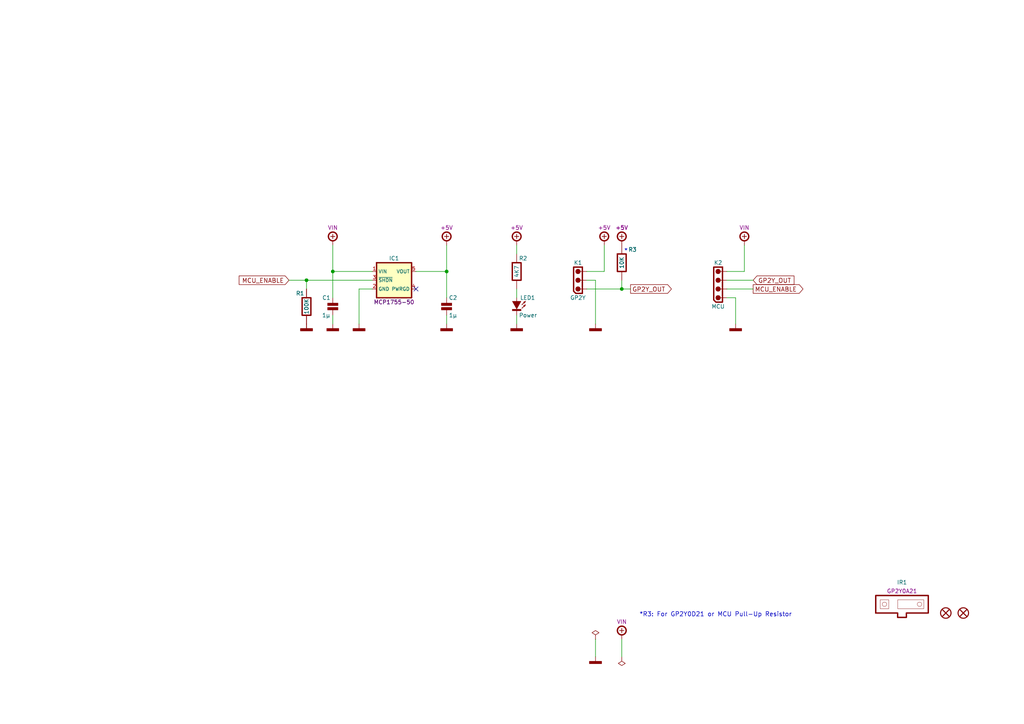
<source format=kicad_sch>
(kicad_sch (version 20211123) (generator eeschema)
  (paper "A4")
  (title_block (title "TBOT - Front SHARP-GP2Y") (date "01/2022") (rev "A"))
  (lib_symbols
    (symbol "tronixio:C-1206" (pin_numbers hide) (pin_names (offset 0) hide)
      (property "Reference" "C" (at 0.635 2.54 0))
      (property "Value" "C-1206" (at 0.635 -2.54 0))
      (symbol "C-1206_0_1"
        (rectangle (start -1.524 -0.254) (end 1.524 -1.016) (stroke (width 0.001)) (fill (type outline)))
        (rectangle (start -1.524 1.016) (end 1.524 0.254) (stroke (width 0.001)) (fill (type outline)))
      )
      (symbol "C-1206_1_1"
        (pin passive line (at 0 2.54 270) (length 1.905) (name "~") (number "1"))
        (pin passive line (at 0 -2.54 90) (length 1.905) (name "~") (number "2"))
      )
    )
    (symbol "tronixio:LED-1206-ORANGE" (pin_numbers hide) (pin_names (offset 0) hide)
      (property "Reference" "LED" (at 0 -2.54 0))
      (property "Value" "LED-1206-ORANGE" (at 0 -5.08 0))
      (symbol "LED-1206-ORANGE_0_1"
        (rectangle (start -1.27 1.27) (end -0.762 -1.27) (stroke (width 0.001)) (fill (type outline)))
        (polyline (pts (xy 1.524 -1.27) (xy 1.524 1.27) (xy -0.762 0) (xy 1.524 -1.27)) (stroke (width 0.001)) (fill (type outline)))
        (polyline (pts (xy -0.508 1.524) (xy 0.508 2.54) (xy 0.254 2.032) (xy 0 2.286) (xy 0.508 2.54)) (stroke (width 0.2)))
        (polyline (pts (xy 0.508 1.524) (xy 1.524 2.54) (xy 1.27 2.032) (xy 1.016 2.286) (xy 1.524 2.54)) (stroke (width 0.2)))
      )
      (symbol "LED-1206-ORANGE_1_1"
        (pin passive line (at -2.54 0 0) (length 1.27) (name "K") (number "1"))
        (pin passive line (at 2.54 0 180) (length 1.27) (name "A") (number "2"))
      )
    )
    (symbol "tronixio:MICROCHIP-MCP1755-50-SOT23" (pin_names (offset 0.5))
      (property "Reference" "IC" (at 0 6.35 0))
      (property "Name" "MCP1755-50" (at 0 -6.35 0))
      (symbol "MICROCHIP-MCP1755-50-SOT23_0_1"
        (rectangle (start -5.08 5.08) (end 5.08 -5.08) (stroke (width 0.4)) (fill (type background)))
      )
      (symbol "MICROCHIP-MCP1755-50-SOT23_1_1"
        (pin power_in line (at -6.35 2.54 0) (length 1.27) (name "VIN") (number "1"))
        (pin power_in line (at -6.35 -2.54 0) (length 1.27) (name "GND") (number "2"))
        (pin input line (at -6.35 0 0) (length 1.27) (name "~{SHDN}") (number "3"))
        (pin open_collector line (at 6.35 -2.54 180) (length 1.27) (name "PWRGD") (number "4"))
        (pin power_out line (at 6.35 2.54 180) (length 1.27) (name "VOUT") (number "5"))
      )
    )
    (symbol "tronixio:MOLEX-MICRO-LATCH-03-RIGHT-ANGLE" (pin_numbers hide) (pin_names (offset 0) hide)
      (property "Reference" "K" (at 0 2.54 0))
      (property "Value" "MOLEX-MICRO-LATCH-03-RIGHT-ANGLE" (at 0 -7.62 0))
      (symbol "MOLEX-MICRO-LATCH-03-RIGHT-ANGLE_0_1"
        (circle (center 0 -5.08) (radius 0.635) (stroke (width 0.2)) (fill (type outline)))
        (circle (center 0 -2.54) (radius 0.635) (stroke (width 0.2)) (fill (type outline)))
        (polyline (pts (xy -1.27 -6.35) (xy 1.27 -6.35) (xy 1.27 0.635) (xy 0.635 1.27) (xy -1.27 1.27) (xy -1.27 -6.35)) (stroke (width 0.4)))
        (circle (center 0 0) (radius 0.635) (stroke (width 0.2)) (fill (type outline)))
      )
      (symbol "MOLEX-MICRO-LATCH-03-RIGHT-ANGLE_1_1"
        (pin passive line (at -2.54 0 0) (length 1.905) (name "1") (number "1"))
        (pin passive line (at -2.54 -2.54 0) (length 1.905) (name "2") (number "2"))
        (pin passive line (at -2.54 -5.08 0) (length 1.905) (name "3") (number "3"))
      )
    )
    (symbol "tronixio:MOLEX-MICRO-LATCH-04-RIGHT-ANGLE" (pin_numbers hide) (pin_names (offset 0) hide)
      (property "Reference" "K" (at 0 2.54 0))
      (property "Value" "MOLEX-MICRO-LATCH-04-RIGHT-ANGLE" (at 0 -10.16 0))
      (symbol "MOLEX-MICRO-LATCH-04-RIGHT-ANGLE_0_1"
        (circle (center 0 -7.62) (radius 0.635) (stroke (width 0.2)) (fill (type outline)))
        (circle (center 0 -5.08) (radius 0.635) (stroke (width 0.2)) (fill (type outline)))
        (circle (center 0 -2.54) (radius 0.635) (stroke (width 0.2)) (fill (type outline)))
        (polyline (pts (xy -1.27 -8.89) (xy 1.27 -8.89) (xy 1.27 0.635) (xy 0.635 1.27) (xy -1.27 1.27) (xy -1.27 -8.89)) (stroke (width 0.4)))
        (circle (center 0 0) (radius 0.635) (stroke (width 0.2)) (fill (type outline)))
      )
      (symbol "MOLEX-MICRO-LATCH-04-RIGHT-ANGLE_1_1"
        (pin passive line (at -2.54 0 0) (length 1.905) (name "1") (number "1"))
        (pin passive line (at -2.54 -2.54 0) (length 1.905) (name "2") (number "2"))
        (pin passive line (at -2.54 -5.08 0) (length 1.905) (name "3") (number "3"))
        (pin passive line (at -2.54 -7.62 0) (length 1.905) (name "4") (number "4"))
      )
    )
    (symbol "tronixio:MOUNTING-HOLE-MASK-3MM" (pin_numbers hide) (pin_names (offset 0) hide)
      (symbol "MOUNTING-HOLE-MASK-3MM_0_1"
        (polyline (pts (xy -1.016 -1.016) (xy 1.016 1.016)) (stroke (width 0.3)))
        (polyline (pts (xy 1.016 -1.016) (xy -1.016 1.016)) (stroke (width 0.3)))
        (circle (center 0 0) (radius 1.524) (stroke (width 0.3)))
      )
    )
    (symbol "tronixio:POWER-+5V" (power) (pin_numbers hide) (pin_names (offset 0) hide)
      (property "Name" "+5V" (at 0 5.08 0))
      (symbol "POWER-+5V_0_1"
        (polyline (pts (xy -0.635 2.54) (xy 0.635 2.54)) (stroke (width 0.2)))
        (polyline (pts (xy 0 1.905) (xy 0 3.175)) (stroke (width 0.2)))
        (circle (center 0 2.54) (radius 1.27) (stroke (width 0.4)))
      )
      (symbol "POWER-+5V_1_1"
        (pin power_in line (at 0 0 90) (length 1.27) (name "+5V") (number "1"))
      )
    )
    (symbol "tronixio:POWER-GND" (power) (pin_numbers hide) (pin_names (offset 0) hide)
      (symbol "POWER-GND_0_1"
        (rectangle (start -1.778 -2.032) (end 1.778 -1.27) (stroke (width 0.001)) (fill (type outline)))
      )
      (symbol "POWER-GND_1_1"
        (pin power_in line (at 0 0 270) (length 1.27) (name "GND") (number "1"))
      )
    )
    (symbol "tronixio:POWER-VIN" (power) (pin_numbers hide) (pin_names (offset 0) hide)
      (property "Name" "VIN" (at 0 5.08 0))
      (symbol "POWER-VIN_0_1"
        (polyline (pts (xy -0.635 2.54) (xy 0.635 2.54)) (stroke (width 0.2)))
        (polyline (pts (xy 0 1.905) (xy 0 3.175)) (stroke (width 0.2)))
        (circle (center 0 2.54) (radius 1.27) (stroke (width 0.4)))
      )
      (symbol "POWER-VIN_1_1"
        (pin power_in line (at 0 0 90) (length 1.27) (name "VIN") (number "1"))
      )
    )
    (symbol "tronixio:PWR_FLAG" (power) (pin_numbers hide) (pin_names (offset 0) hide)
      (symbol "PWR_FLAG_0_0"
        (pin power_out line (at 0 0 90) (length 0) (name "pwr") (number "1"))
      )
      (symbol "PWR_FLAG_0_1"
        (polyline (pts (xy 0 0) (xy 0 1.27) (xy -1.016 1.905) (xy 0 2.54) (xy 1.016 1.905) (xy 0 1.27)))
      )
    )
    (symbol "tronixio:R-1206" (pin_numbers hide) (pin_names (offset 0) hide)
      (property "Reference" "R" (at 2.54 0 90))
      (property "Value" "R-1206" (at 0 0 90))
      (symbol "R-1206_0_1"
        (rectangle (start -1.27 -2.54) (end 1.27 2.54) (stroke (width 0.4)))
      )
      (symbol "R-1206_1_1"
        (pin passive line (at 0 5.08 270) (length 2.54) (name "~") (number "1"))
        (pin passive line (at 0 -5.08 90) (length 2.54) (name "~") (number "2"))
      )
    )
    (symbol "tronixio:SHARP-GP2Y0A21" (pin_numbers hide) (pin_names (offset 0) hide)
      (property "Reference" "IR" (at 0 6.35 0))
      (property "Name" "GP2Y0A21" (at 0 3.81 0))
      (symbol "SHARP-GP2Y0A21_0_1"
        (rectangle (start -6.35 -1.27) (end -3.81 1.27) (stroke (width 0.0006)))
        (circle (center -5.08 0) (radius 0.635) (stroke (width 0.0006)))
        (rectangle (start -1.27 -1.27) (end 6.35 1.27) (stroke (width 0.0006)))
        (polyline (pts (xy -7.62 -2.54) (xy -1.27 -2.54) (xy -1.27 -3.81) (xy 1.27 -3.81) (xy 1.27 -2.54) (xy 7.62 -2.54) (xy 7.62 2.54) (xy -7.62 2.54) (xy -7.62 -2.54)) (stroke (width 0.4)))
        (circle (center 5.08 0) (radius 0.635) (stroke (width 0.0006)))
      )
    )
  )
  (junction (at 88.9 81.28) (diameter 0.9144))
  (junction (at 129.54 78.74) (diameter 0.9144))
  (junction (at 96.52 78.74) (diameter 0.9144))
  (junction (at 180.34 83.82))
  (no_connect (at 120.65 83.82))
  (wire (pts (xy 213.36 86.36) (xy 210.82 86.36)))
  (wire (pts (xy 104.14 83.82) (xy 104.14 93.98)))
  (wire (pts (xy 96.52 71.12) (xy 96.52 78.74)))
  (wire (pts (xy 96.52 78.74) (xy 96.52 86.36)))
  (wire (pts (xy 129.54 91.44) (xy 129.54 93.98)))
  (wire (pts (xy 180.34 83.82) (xy 182.88 83.82)))
  (wire (pts (xy 88.9 81.28) (xy 107.95 81.28)))
  (wire (pts (xy 83.82 81.28) (xy 88.9 81.28)))
  (wire (pts (xy 104.14 83.82) (xy 107.95 83.82)))
  (wire (pts (xy 96.52 78.74) (xy 107.95 78.74)))
  (wire (pts (xy 213.36 93.98) (xy 213.36 86.36)))
  (wire (pts (xy 180.34 81.28) (xy 180.34 83.82)))
  (wire (pts (xy 180.34 185.42) (xy 180.34 190.5)))
  (wire (pts (xy 149.86 91.44) (xy 149.86 93.98)))
  (wire (pts (xy 149.86 86.36) (xy 149.86 83.82)))
  (wire (pts (xy 129.54 71.12) (xy 129.54 78.74)))
  (wire (pts (xy 129.54 78.74) (xy 129.54 86.36)))
  (wire (pts (xy 175.26 71.12) (xy 175.26 78.74)))
  (wire (pts (xy 170.18 83.82) (xy 180.34 83.82)))
  (wire (pts (xy 210.82 83.82) (xy 218.44 83.82)))
  (wire (pts (xy 96.52 91.44) (xy 96.52 93.98)))
  (wire (pts (xy 215.9 78.74) (xy 215.9 71.12)))
  (wire (pts (xy 149.86 71.12) (xy 149.86 73.66)))
  (wire (pts (xy 210.82 81.28) (xy 218.44 81.28)))
  (wire (pts (xy 88.9 81.28) (xy 88.9 83.82)))
  (wire (pts (xy 170.18 81.28) (xy 172.72 81.28)))
  (wire (pts (xy 170.18 78.74) (xy 175.26 78.74)))
  (wire (pts (xy 120.65 78.74) (xy 129.54 78.74)))
  (wire (pts (xy 172.72 81.28) (xy 172.72 93.98)))
  (wire (pts (xy 210.82 78.74) (xy 215.9 78.74)))
  (wire (pts (xy 172.72 185.42) (xy 172.72 190.5)))
  (text "*" (at 180.975 73.66 0) (effects (font (size 1.27 1.27)) (justify left bottom)))
  (text "*R3: For GP2Y0D21 or MCU Pull-Up Resistor" (at 185.42 179.07 0) (effects (font (size 1.27 1.27)) (justify left bottom)))
  (global_label "MCU_ENABLE" (shape input) (at 83.82 81.28 180) (property "Intersheet References" "${INTERSHEET_REFS}" (effects hide)))
  (global_label "MCU_ENABLE" (shape output) (at 218.44 83.82 0) (property "Intersheet References" "${INTERSHEET_REFS}" (effects hide)))
  (global_label "GP2Y_OUT" (shape output) (at 182.88 83.82 0) (property "Intersheet References" "${INTERSHEET_REFS}" (effects hide)))
  (global_label "GP2Y_OUT" (shape input) (at 218.44 81.28 0) (property "Intersheet References" "${INTERSHEET_REFS}" (effects hide)))
  (symbol (lib_id "tronixio:R-1206") (at 88.9 88.9 0) (unit 1)
    (property "Reference" "R1" (at 88.265 85.09 0) (effects (font (size 1.15 1.15)) (justify right)))
    (property "Value" "100K" (at 88.9 88.9 90) (effects (font (size 1.15 1.15))))
    (property "Footprint" "tronixio:RESISTOR-1206" (effects hide))
  )
  (symbol (lib_id "tronixio:POWER-GND") (at 213.36 93.98 0) (unit 1)
    (property "Reference" "#PWR014" (effects hide))
    (property "Value" "POWER-GND" (effects hide))
  )
  (symbol (lib_id "tronixio:C-1206") (at 129.54 88.9 0) (unit 1)
    (property "Reference" "C2" (at 130.175 86.36 0) (effects (font (size 1.15 1.15)) (justify left)))
    (property "Value" "1µ" (at 130.175 91.44 0) (effects (font (size 1.15 1.15)) (justify left)))
    (property "Footprint" "tronixio:CAPACITOR-1206" (effects hide))
  )
  (symbol (lib_id "tronixio:POWER-+5V") (at 149.86 71.12 0) (unit 1)
    (property "Reference" "#PWR07" (effects hide))
    (property "Value" "POWER-+5V" (effects hide))
    (property "Name" "+5V" (at 149.86 66.04 0) (effects (font (size 1.15 1.15))))
  )
  (symbol (lib_id "tronixio:POWER-+5V") (at 175.26 71.12 0) (unit 1)
    (property "Reference" "#PWR09" (effects hide))
    (property "Value" "POWER-+5V" (effects hide))
    (property "Name" "+5V" (at 175.26 66.04 0) (effects (font (size 1.15 1.15))))
  )
  (symbol (lib_id "tronixio:MOLEX-MICRO-LATCH-04-RIGHT-ANGLE") (at 208.28 86.36 180) (unit 1)
    (property "Reference" "K2" (at 208.28 76.2 0) (effects (font (size 1.15 1.15))))
    (property "Value" "MCU" (at 208.28 88.9 0) (effects (font (size 1.15 1.15))))
    (property "Footprint" "tronixio:MOLEX-532540470" (effects hide))
    (property "Datasheet" "https://www.molex.com/pdm_docs/sd/532540470_sd.pdf" (effects hide))
    (property "Mouser" "538-53254-0470" (effects hide))
  )
  (symbol (lib_id "tronixio:POWER-GND") (at 88.9 93.98 0) (unit 1)
    (property "Reference" "#PWR01" (effects hide))
    (property "Value" "POWER-GND" (effects hide))
  )
  (symbol (lib_id "tronixio:PWR_FLAG") (at 172.72 185.42 0) (unit 1)
    (property "Reference" "#FLG01" (effects hide))
    (property "Value" "PWR_FLAG" (effects hide))
  )
  (symbol (lib_id "tronixio:POWER-VIN") (at 180.34 185.42 0) (unit 1)
    (property "Reference" "#PWR012" (effects hide))
    (property "Value" "POWER-VIN" (effects hide))
    (property "Name" "VIN" (at 180.34 180.34 0) (effects (font (size 1.15 1.15))))
  )
  (symbol (lib_id "tronixio:POWER-+5V") (at 129.54 71.12 0) (unit 1)
    (property "Reference" "#PWR05" (effects hide))
    (property "Value" "POWER-+5V" (effects hide))
    (property "Name" "+5V" (at 129.54 66.04 0) (effects (font (size 1.15 1.15))))
  )
  (symbol (lib_id "tronixio:SHARP-GP2Y0A21") (at 261.62 175.26 0) (unit 1)
    (property "Reference" "IR1" (at 261.62 168.91 0) (effects (font (size 1.15 1.15))))
    (property "Value" "SHARP-GP2Y0xx1" (effects hide))
    (property "Footprint" "tronixio:SHARP-GP2Y0A" (effects hide))
    (property "Datasheet" "http://global.sharp/products/device/lineup/selection/opto/haca/diagram.html" (effects hide))
    (property "Name" "GP2Y0A21" (at 261.62 171.45 0) (effects (font (size 1.15 1.15))))
    (property "Mouser" "852-GP2Y0A21YK0F" (effects hide))
  )
  (symbol (lib_id "tronixio:MOUNTING-HOLE-MASK-3MM") (at 274.32 177.8 0) (unit 1)
    (property "Reference" "H1" (effects hide))
    (property "Value" "MOUNTING-HOLE-MASK-3MM" (effects hide))
    (property "Footprint" "tronixio:M3-MASK" (effects hide))
  )
  (symbol (lib_id "tronixio:POWER-VIN") (at 215.9 71.12 0) (unit 1)
    (property "Reference" "#PWR013" (effects hide))
    (property "Value" "POWER-VIN" (effects hide))
    (property "Name" "VIN" (at 215.9 66.04 0) (effects (font (size 1.15 1.15))))
  )
  (symbol (lib_id "tronixio:PWR_FLAG") (at 180.34 190.5 180) (unit 1)
    (property "Reference" "#FLG02" (effects hide))
    (property "Value" "PWR_FLAG" (effects hide))
  )
  (symbol (lib_id "tronixio:R-1206") (at 180.34 76.2 0) (unit 1)
    (property "Reference" "R3" (at 182.245 72.39 0) (effects (font (size 1.15 1.15)) (justify left)))
    (property "Value" "10K" (at 180.34 76.2 90) (effects (font (size 1.15 1.15))))
    (property "Footprint" "tronixio:RESISTOR-1206" (effects hide))
  )
  (symbol (lib_id "tronixio:MOUNTING-HOLE-MASK-3MM") (at 279.4 177.8 0) (unit 1)
    (property "Reference" "H2" (effects hide))
    (property "Value" "MOUNTING-HOLE-MASK-3MM" (effects hide))
    (property "Footprint" "tronixio:M3-MASK" (effects hide))
  )
  (symbol (lib_id "tronixio:POWER-GND") (at 172.72 93.98 0) (unit 1)
    (property "Reference" "#PWR010" (effects hide))
    (property "Value" "POWER-GND" (effects hide))
  )
  (symbol (lib_id "tronixio:POWER-VIN") (at 96.52 71.12 0) (unit 1)
    (property "Reference" "#PWR02" (effects hide))
    (property "Value" "POWER-VIN" (effects hide))
    (property "Name" "VIN" (at 96.52 66.04 0) (effects (font (size 1.15 1.15))))
  )
  (symbol (lib_id "tronixio:C-1206") (at 96.52 88.9 0) (unit 1)
    (property "Reference" "C1" (at 95.885 86.36 0) (effects (font (size 1.15 1.15)) (justify right)))
    (property "Value" "1µ" (at 95.885 91.44 0) (effects (font (size 1.15 1.15)) (justify right)))
    (property "Footprint" "tronixio:CAPACITOR-1206" (effects hide))
  )
  (symbol (lib_id "tronixio:POWER-+5V") (at 180.34 71.12 0) (unit 1)
    (property "Reference" "#PWR0101" (effects hide))
    (property "Value" "POWER-+5V" (effects hide))
    (property "Name" "+5V" (at 180.34 66.04 0) (effects (font (size 1.15 1.15))))
  )
  (symbol (lib_id "tronixio:MICROCHIP-MCP1755-50-SOT23") (at 114.3 81.28 0) (unit 1)
    (property "Reference" "IC1" (at 114.3 74.93 0) (effects (font (size 1.15 1.15))))
    (property "Value" "MCP1755-50" (at 114.3 87.63 0) (effects (font (size 1.15 1.15))))
    (property "Footprint" "tronixio:SOT-23-5" (effects hide))
    (property "Datasheet" "https://www.microchip.com/en-us/product/MCP1755" (effects hide))
    (property "Name" "MCP1755-50" (at 114.3 87.63 0) (effects (font (size 1.15 1.15))))
    (property "Mouser" "579-MCP1755T-5002EOT" (effects hide))
  )
  (symbol (lib_id "tronixio:POWER-GND") (at 129.54 93.98 0) (unit 1)
    (property "Reference" "#PWR06" (effects hide))
    (property "Value" "POWER-GND" (effects hide))
  )
  (symbol (lib_id "tronixio:POWER-GND") (at 149.86 93.98 0) (unit 1)
    (property "Reference" "#PWR08" (effects hide))
    (property "Value" "POWER-GND" (effects hide))
  )
  (symbol (lib_id "tronixio:LED-1206-ORANGE") (at 149.86 88.9 270) (mirror x) (unit 1)
    (property "Reference" "LED1" (at 153.035 86.36 90) (effects (font (size 1.15 1.15))))
    (property "Value" "Power" (at 150.495 91.44 90) (effects (font (size 1.15 1.15)) (justify left)))
    (property "Footprint" "tronixio:LED-1206" (effects hide))
    (property "Datasheet" "http://www.kingbrightusa.com/images/catalog/SPEC/APT3216LSECK-J4-PRV.pdf" (effects hide))
    (property "Mouser" "604-APT3216LSECKJ4RV" (effects hide))
  )
  (symbol (lib_id "tronixio:POWER-GND") (at 96.52 93.98 0) (unit 1)
    (property "Reference" "#PWR03" (effects hide))
    (property "Value" "POWER-GND" (effects hide))
  )
  (symbol (lib_id "tronixio:POWER-GND") (at 104.14 93.98 0) (unit 1)
    (property "Reference" "#PWR04" (effects hide))
    (property "Value" "POWER-GND" (effects hide))
  )
  (symbol (lib_id "tronixio:R-1206") (at 149.86 78.74 0) (unit 1)
    (property "Reference" "R2" (at 150.495 74.93 0) (effects (font (size 1.15 1.15)) (justify left)))
    (property "Value" "4K7" (at 149.86 78.74 90) (effects (font (size 1.15 1.15))))
    (property "Footprint" "tronixio:RESISTOR-1206" (effects hide))
  )
  (symbol (lib_id "tronixio:POWER-GND") (at 172.72 190.5 0) (unit 1)
    (property "Reference" "#PWR011" (effects hide))
    (property "Value" "POWER-GND" (effects hide))
  )
  (symbol (lib_id "tronixio:MOLEX-MICRO-LATCH-03-RIGHT-ANGLE") (at 167.64 83.82 180) (unit 1)
    (property "Reference" "K1" (at 167.64 76.2 0) (effects (font (size 1.15 1.15))))
    (property "Value" "GP2Y" (at 167.64 86.36 0) (effects (font (size 1.15 1.15))))
    (property "Footprint" "tronixio:MOLEX-532540370" (effects hide))
    (property "Datasheet" "https://www.molex.com/pdm_docs/sd/532540370_sd.pdf" (effects hide))
    (property "Mouser" "538-53254-0370" (effects hide))
  )
)
</source>
